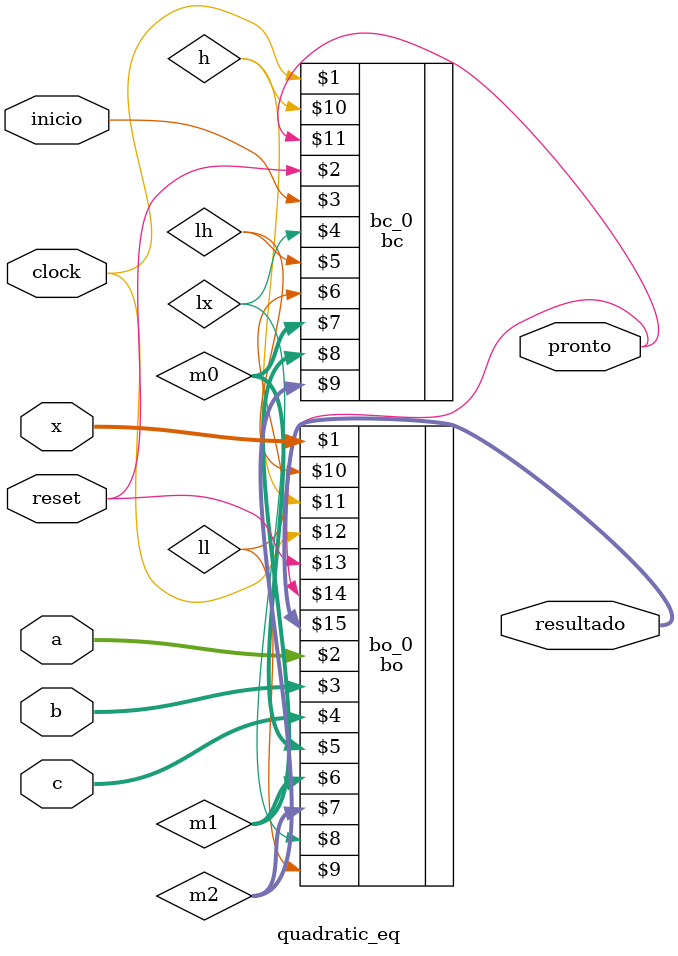
<source format=v>
`include "bc.v"
`include "bo.v"

module quadratic_eq(
  input[7:0] x,
  input[15:0] a,
  input[15:0] b,
  input[15:0] c,
  input inicio,
  input clock,
  input reset,

  output pronto,
  output[15:0] resultado
);
  wire lx;
  wire lh;
  wire ll;
  wire[1:0] m0;
  wire[1:0] m1;
  wire[1:0] m2;
  wire h;

  bc bc_0(clock, reset, inicio, lx, lh, ll, m0, m1, m2, h, pronto);
  bo bo_0(x, a, b, c, m0, m1, m2, lx, ll, lh, h, clock, reset, pronto, resultado);
endmodule
</source>
